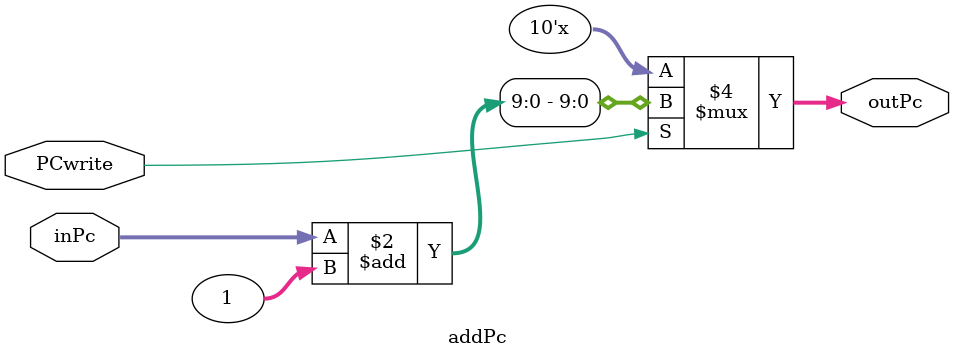
<source format=v>
`timescale 1ns / 1ps

module addPc(input [9:0]inPc, 
				 input PCwrite,
				 output reg [9:0]outPc
    );

always @(*)
begin
	if(PCwrite)
		outPc <= inPc+1;
	else
		outPc <= outPc;
end

endmodule

</source>
